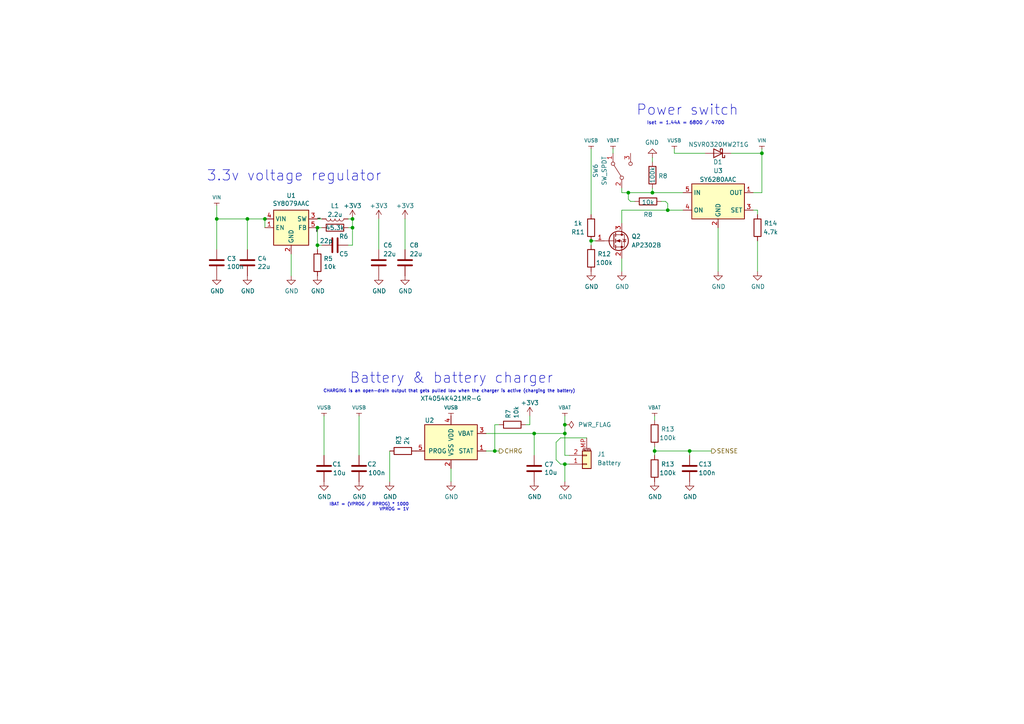
<source format=kicad_sch>
(kicad_sch (version 20230819) (generator eeschema)
  (paper "A4")
  (title_block (title "HackerHotel 2024 badge") (date "2023-08-30") (rev "1") (company "Nicolai Electronics") (comment 1 "License: CERN Open Hardware Licence Version 2 - Permissive"))
  (lib_symbols
    (symbol "Switch:SW_SPDT" (pin_names (offset 0) hide)
      (property "Reference" "SW" (at 0 4.318 0))
      (property "Value" "SW_SPDT" (at 0 -5.08 0))
      (symbol "SW_SPDT_0_0"
        (circle (center -2.032 0) (radius 0.508))
        (circle (center 2.032 -2.54) (radius 0.508))
      )
      (symbol "SW_SPDT_0_1"
        (polyline (pts (xy -1.524 0.254) (xy 1.651 2.286)))
        (circle (center 2.032 2.54) (radius 0.508))
      )
      (symbol "SW_SPDT_1_1"
        (pin passive line (at 5.08 2.54 180) (length 2.54) (name "A") (number "1"))
        (pin passive line (at -5.08 0 0) (length 2.54) (name "B") (number "2"))
        (pin passive line (at 5.08 -2.54 180) (length 2.54) (name "C") (number "3"))
      )
    )
    (symbol "symbols2:+3.3V" (power) (pin_names (offset 0))
      (property "Value" "+3.3V" (at 0 3.556 0))
      (symbol "+3.3V_0_1"
        (polyline (pts (xy -0.762 1.27) (xy 0 2.54)))
        (polyline (pts (xy 0 0) (xy 0 2.54)))
        (polyline (pts (xy 0 2.54) (xy 0.762 1.27)))
      )
      (symbol "+3.3V_1_1"
        (pin power_in line (at 0 0 90) (length 0) hide (name "+3.3V") (number "1"))
      )
    )
    (symbol "symbols2:GND" (power) (pin_names (offset 0))
      (property "Value" "GND" (at 0 -3.81 0))
      (symbol "GND_0_1"
        (polyline (pts (xy 0 0) (xy 0 -1.27) (xy 1.27 -1.27) (xy 0 -2.54) (xy -1.27 -1.27) (xy 0 -1.27)))
      )
      (symbol "GND_1_1"
        (pin power_in line (at 0 0 270) (length 0) hide (name "GND") (number "1"))
      )
    )
    (symbol "symbols2:PWR_FLAG" (power) (pin_numbers hide) (pin_names (offset 0) hide)
      (property "Value" "PWR_FLAG" (at 0 5.08 0))
      (symbol "PWR_FLAG_0_0"
        (pin power_out line (at 0 0 90) (length 0) (name "pwr") (number "1"))
      )
      (symbol "PWR_FLAG_0_1"
        (polyline (pts (xy 0 0) (xy 0 1.27) (xy -1.016 1.905) (xy 0 2.54) (xy 1.016 1.905) (xy 0 1.27)))
      )
    )
    (symbol "symbols2:VBAT-powersyms" (power) (pin_numbers hide) (pin_names (offset 0) hide)
      (property "Value" "VBAT-powersyms" (at 0 1.524 0))
      (symbol "VBAT-powersyms_0_1"
        (polyline (pts (xy -0.762 0.762) (xy 0.762 0.762)))
        (polyline (pts (xy 0 0) (xy 0 0.762)))
      )
      (symbol "VBAT-powersyms_1_1"
        (pin power_in line (at 0 0 90) (length 0) hide (name "VBAT") (number "1"))
      )
    )
    (symbol "symbols2:VIN-vin" (power) (pin_numbers hide) (pin_names (offset 0) hide)
      (property "Value" "VIN-vin" (at 0 1.524 0))
      (symbol "VIN-vin_0_1"
        (polyline (pts (xy -0.762 0.762) (xy 0.762 0.762)))
        (polyline (pts (xy 0 0) (xy 0 0.762)))
      )
      (symbol "VIN-vin_1_1"
        (pin power_in line (at 0 0 90) (length 0) hide (name "VIN") (number "1"))
      )
    )
    (symbol "symbols2:VUSB-vusb" (power) (pin_numbers hide) (pin_names (offset 0) hide)
      (property "Value" "VUSB-vusb" (at 0 1.524 0))
      (symbol "VUSB-vusb_0_1"
        (polyline (pts (xy -0.762 0.762) (xy 0.762 0.762)))
        (polyline (pts (xy 0 0) (xy 0 0.762)))
      )
      (symbol "VUSB-vusb_1_1"
        (pin power_in line (at 0 0 90) (length 0) hide (name "VUSB") (number "1"))
      )
    )
    (symbol "symbols:AAT4610BIGV-1-T1-Power_Management"
      (property "Reference" "U" (at -6.35 -6.35 0))
      (property "Value" "AAT4610BIGV-1-T1-Power_Management" (at 0 6.35 0))
      (symbol "AAT4610BIGV-1-T1-Power_Management_0_1"
        (rectangle (start -7.62 5.08) (end 7.62 -5.08) (stroke (width 0.254)) (fill (type background)))
      )
      (symbol "AAT4610BIGV-1-T1-Power_Management_1_1"
        (pin power_out line (at 10.16 2.54 180) (length 2.54) (name "OUT") (number "1"))
        (pin power_in line (at 0 -7.62 90) (length 2.54) (name "GND") (number "2"))
        (pin passive line (at 10.16 -2.54 180) (length 2.54) (name "SET") (number "3"))
        (pin input line (at -10.16 -2.54 0) (length 2.54) (name "ON") (number "4"))
        (pin power_in line (at -10.16 2.54 0) (length 2.54) (name "IN") (number "5"))
      )
    )
    (symbol "symbols:C" (pin_numbers hide) (pin_names (offset 0.254))
      (property "Reference" "C" (at 0.635 2.54 0))
      (property "Value" "C" (at 0.635 -2.54 0))
      (symbol "C_0_1"
        (polyline (pts (xy -2.032 -0.762) (xy 2.032 -0.762)) (stroke (width 0.508)))
        (polyline (pts (xy -2.032 0.762) (xy 2.032 0.762)) (stroke (width 0.508)))
      )
      (symbol "C_1_1"
        (pin passive line (at 0 3.81 270) (length 2.794) (name "~") (number "1"))
        (pin passive line (at 0 -3.81 90) (length 2.794) (name "~") (number "2"))
      )
    )
    (symbol "symbols:Conn_01x02_MountingPin" (pin_names (offset 1.016) hide)
      (property "Reference" "J" (at 0 2.54 0))
      (property "Value" "Conn_01x02_MountingPin" (at 1.27 -5.08 0))
      (symbol "Conn_01x02_MountingPin_1_1"
        (rectangle (start -1.27 -2.413) (end 0 -2.667) (stroke (width 0.1524)))
        (rectangle (start -1.27 0.127) (end 0 -0.127) (stroke (width 0.1524)))
        (rectangle (start -1.27 1.27) (end 1.27 -3.81) (stroke (width 0.254)) (fill (type background)))
        (polyline (pts (xy -1.016 -4.572) (xy 1.016 -4.572)) (stroke (width 0.1524)))
        (text "Mounting" (at 0 -4.191 0) (effects (font (size 0.381 0.381))))
        (pin passive line (at -5.08 0 0) (length 3.81) (name "Pin_1") (number "1"))
        (pin passive line (at -5.08 -2.54 0) (length 3.81) (name "Pin_2") (number "2"))
        (pin passive line (at 0 -7.62 90) (length 3.048) (name "MountPin") (number "MP"))
      )
    )
    (symbol "symbols:D_Schottky" (pin_numbers hide) (pin_names (offset 1.016) hide)
      (property "Reference" "D" (at 0 2.54 0))
      (property "Value" "D_Schottky" (at 0 -2.54 0))
      (symbol "D_Schottky_0_1"
        (polyline (pts (xy 1.27 0) (xy -1.27 0)))
        (polyline (pts (xy 1.27 1.27) (xy 1.27 -1.27) (xy -1.27 0) (xy 1.27 1.27)) (stroke (width 0.254)))
        (polyline (pts (xy -1.905 0.635) (xy -1.905 1.27) (xy -1.27 1.27) (xy -1.27 -1.27) (xy -0.635 -1.27) (xy -0.635 -0.635)) (stroke (width 0.254)))
      )
      (symbol "D_Schottky_1_1"
        (pin passive line (at -3.81 0 0) (length 2.54) (name "K") (number "1"))
        (pin passive line (at 3.81 0 180) (length 2.54) (name "A") (number "2"))
      )
    )
    (symbol "symbols:L" (pin_numbers hide) (pin_names (offset 1.016) hide)
      (property "Reference" "L" (at -1.27 0 90))
      (property "Value" "L" (at 1.905 0 90))
      (symbol "L_0_1"
        (arc (start 0 -2.54) (mid 0.6323 -1.905) (end 0 -1.27))
        (arc (start 0 -1.27) (mid 0.6323 -0.635) (end 0 0))
        (arc (start 0 0) (mid 0.6323 0.635) (end 0 1.27))
        (arc (start 0 1.27) (mid 0.6323 1.905) (end 0 2.54))
      )
      (symbol "L_1_1"
        (pin passive line (at 0 3.81 270) (length 1.27) (name "1") (number "1"))
        (pin passive line (at 0 -3.81 90) (length 1.27) (name "2") (number "2"))
      )
    )
    (symbol "symbols:MCP73831-2-OT-Battery_Management" (pin_names (offset 1.016))
      (property "Reference" "U" (at -7.62 6.35 0))
      (property "Value" "MCP73831-2-OT-Battery_Management" (at 1.27 6.35 0))
      (symbol "MCP73831-2-OT-Battery_Management_0_1"
        (rectangle (start -7.62 5.08) (end 7.62 -5.08) (stroke (width 0.254)) (fill (type background)))
      )
      (symbol "MCP73831-2-OT-Battery_Management_1_1"
        (pin output line (at 10.16 -2.54 180) (length 2.54) (name "STAT") (number "1"))
        (pin power_in line (at 0 -7.62 90) (length 2.54) (name "VSS") (number "2"))
        (pin power_out line (at 10.16 2.54 180) (length 2.54) (name "VBAT") (number "3"))
        (pin power_in line (at 0 7.62 270) (length 2.54) (name "VDD") (number "4"))
        (pin input line (at -10.16 -2.54 0) (length 2.54) (name "PROG") (number "5"))
      )
    )
    (symbol "symbols:Q_NMOS_GSD" (pin_names (offset 0) hide)
      (property "Reference" "Q" (at 5.08 1.27 0))
      (property "Value" "Q_NMOS_GSD" (at 5.08 -1.27 0))
      (symbol "Q_NMOS_GSD_0_1"
        (polyline (pts (xy 0.254 0) (xy -2.54 0)))
        (polyline (pts (xy 0.254 1.905) (xy 0.254 -1.905)) (stroke (width 0.254)))
        (polyline (pts (xy 0.762 -1.27) (xy 0.762 -2.286)) (stroke (width 0.254)))
        (polyline (pts (xy 0.762 0.508) (xy 0.762 -0.508)) (stroke (width 0.254)))
        (polyline (pts (xy 0.762 2.286) (xy 0.762 1.27)) (stroke (width 0.254)))
        (polyline (pts (xy 2.54 2.54) (xy 2.54 1.778)))
        (polyline (pts (xy 2.54 -2.54) (xy 2.54 0) (xy 0.762 0)))
        (polyline (pts (xy 0.762 -1.778) (xy 3.302 -1.778) (xy 3.302 1.778) (xy 0.762 1.778)))
        (polyline (pts (xy 1.016 0) (xy 2.032 0.381) (xy 2.032 -0.381) (xy 1.016 0)) (fill (type outline)))
        (polyline (pts (xy 2.794 0.508) (xy 2.921 0.381) (xy 3.683 0.381) (xy 3.81 0.254)))
        (polyline (pts (xy 3.302 0.381) (xy 2.921 -0.254) (xy 3.683 -0.254) (xy 3.302 0.381)))
        (circle (center 1.651 0) (radius 2.794) (stroke (width 0.254)))
        (circle (center 2.54 -1.778) (radius 0.254) (fill (type outline)))
        (circle (center 2.54 1.778) (radius 0.254) (fill (type outline)))
      )
      (symbol "Q_NMOS_GSD_1_1"
        (pin input line (at -5.08 0 0) (length 2.54) (name "G") (number "1"))
        (pin passive line (at 2.54 -5.08 90) (length 2.54) (name "S") (number "2"))
        (pin passive line (at 2.54 5.08 270) (length 2.54) (name "D") (number "3"))
      )
    )
    (symbol "symbols:R" (pin_numbers hide) (pin_names (offset 0))
      (property "Reference" "R" (at 2.032 0 90))
      (property "Value" "R" (at 0 0 90))
      (symbol "R_0_1"
        (rectangle (start -1.016 -2.54) (end 1.016 2.54) (stroke (width 0.254)))
      )
      (symbol "R_1_1"
        (pin passive line (at 0 3.81 270) (length 1.27) (name "~") (number "1"))
        (pin passive line (at 0 -3.81 90) (length 1.27) (name "~") (number "2"))
      )
    )
    (symbol "symbols:TLV62568DBV-Regulator_Switching"
      (property "Reference" "U" (at -5.08 6.35 0))
      (property "Value" "TLV62568DBV-Regulator_Switching" (at 0 6.35 0))
      (symbol "TLV62568DBV-Regulator_Switching_0_1"
        (rectangle (start -5.08 5.08) (end 5.08 -5.08) (stroke (width 0.254)) (fill (type background)))
      )
      (symbol "TLV62568DBV-Regulator_Switching_1_1"
        (pin input line (at -7.62 0 0) (length 2.54) (name "EN") (number "1"))
        (pin power_in line (at 0 -7.62 90) (length 2.54) (name "GND") (number "2"))
        (pin power_out line (at 7.62 2.54 180) (length 2.54) (name "SW") (number "3"))
        (pin power_in line (at -7.62 2.54 0) (length 2.54) (name "VIN") (number "4"))
        (pin input line (at 7.62 0 180) (length 2.54) (name "FB") (number "5"))
      )
    )
  )
  (junction (at 163.83 125.73))
  (junction (at 163.83 134.62))
  (junction (at 62.865 63.5))
  (junction (at 189.865 130.81))
  (junction (at 71.755 63.5))
  (junction (at 92.075 71.12))
  (junction (at 76.835 63.5))
  (junction (at 171.45 69.85))
  (junction (at 92.075 66.04))
  (junction (at 102.235 63.5))
  (junction (at 200.025 130.81))
  (junction (at 154.94 125.73))
  (junction (at 102.235 66.04))
  (junction (at 143.51 130.81))
  (junction (at 189.23 55.88))
  (junction (at 193.675 60.96))
  (junction (at 220.98 44.45))
  (junction (at 182.245 55.88))
  (junction (at 163.83 123.19))
  (wire (pts (xy 100.965 71.12) (xy 102.235 71.12)))
  (wire (pts (xy 208.28 66.04) (xy 208.28 78.74)))
  (wire (pts (xy 102.235 63.5) (xy 100.965 63.5)))
  (wire (pts (xy 154.94 125.73) (xy 163.83 125.73)))
  (wire (pts (xy 182.88 58.42) (xy 182.245 57.785)))
  (wire (pts (xy 195.58 43.18) (xy 195.58 44.45)))
  (wire (pts (xy 195.58 44.45) (xy 204.47 44.45)))
  (wire (pts (xy 92.075 72.39) (xy 92.075 71.12)))
  (wire (pts (xy 163.83 120.65) (xy 163.83 123.19)))
  (wire (pts (xy 161.29 133.35) (xy 162.56 134.62)))
  (wire (pts (xy 189.865 130.81) (xy 200.025 130.81)))
  (wire (pts (xy 113.03 130.81) (xy 113.03 139.7)))
  (wire (pts (xy 109.855 63.5) (xy 109.855 72.39)))
  (wire (pts (xy 143.51 130.81) (xy 144.78 130.81)))
  (wire (pts (xy 200.025 130.81) (xy 200.025 132.08)))
  (wire (pts (xy 193.675 59.055) (xy 193.675 60.96)))
  (wire (pts (xy 71.755 63.5) (xy 76.835 63.5)))
  (wire (pts (xy 92.075 71.12) (xy 92.075 66.04)))
  (wire (pts (xy 180.34 55.88) (xy 182.245 55.88)))
  (wire (pts (xy 220.98 44.45) (xy 220.98 55.88)))
  (wire (pts (xy 153.67 120.65) (xy 153.67 123.19)))
  (wire (pts (xy 165.1 134.62) (xy 163.83 134.62)))
  (wire (pts (xy 182.88 58.42) (xy 184.15 58.42)))
  (wire (pts (xy 172.72 69.85) (xy 171.45 69.85)))
  (wire (pts (xy 189.23 55.88) (xy 198.12 55.88)))
  (wire (pts (xy 130.81 135.89) (xy 130.81 139.7)))
  (wire (pts (xy 62.865 63.5) (xy 71.755 63.5)))
  (wire (pts (xy 102.235 66.04) (xy 100.965 66.04)))
  (wire (pts (xy 154.94 132.08) (xy 154.94 125.73)))
  (wire (pts (xy 212.09 44.45) (xy 220.98 44.45)))
  (wire (pts (xy 163.83 123.19) (xy 163.83 125.73)))
  (wire (pts (xy 93.98 132.08) (xy 93.98 120.65)))
  (wire (pts (xy 189.865 129.54) (xy 189.865 130.81)))
  (wire (pts (xy 171.45 43.18) (xy 171.45 62.23)))
  (wire (pts (xy 219.71 69.85) (xy 219.71 78.74)))
  (wire (pts (xy 193.04 58.42) (xy 193.675 59.055)))
  (wire (pts (xy 180.34 54.61) (xy 180.34 55.88)))
  (wire (pts (xy 189.865 130.81) (xy 189.865 132.08)))
  (wire (pts (xy 163.83 125.73) (xy 163.83 132.08)))
  (wire (pts (xy 189.865 120.65) (xy 189.865 121.92)))
  (wire (pts (xy 220.98 44.45) (xy 220.98 43.18)))
  (wire (pts (xy 191.77 58.42) (xy 193.04 58.42)))
  (wire (pts (xy 102.235 71.12) (xy 102.235 66.04)))
  (wire (pts (xy 161.29 128.27) (xy 161.29 133.35)))
  (wire (pts (xy 143.51 130.81) (xy 140.97 130.81)))
  (wire (pts (xy 71.755 72.39) (xy 71.755 63.5)))
  (wire (pts (xy 92.075 66.04) (xy 93.345 66.04)))
  (wire (pts (xy 219.71 60.96) (xy 218.44 60.96)))
  (wire (pts (xy 171.45 69.85) (xy 171.45 71.12)))
  (wire (pts (xy 189.23 45.72) (xy 189.23 46.99)))
  (wire (pts (xy 62.865 63.5) (xy 62.865 72.39)))
  (wire (pts (xy 162.56 127) (xy 161.29 128.27)))
  (wire (pts (xy 93.345 71.12) (xy 92.075 71.12)))
  (wire (pts (xy 193.675 60.96) (xy 198.12 60.96)))
  (wire (pts (xy 104.14 132.08) (xy 104.14 120.65)))
  (wire (pts (xy 162.56 134.62) (xy 163.83 134.62)))
  (wire (pts (xy 177.8 43.18) (xy 177.8 44.45)))
  (wire (pts (xy 102.235 66.04) (xy 102.235 63.5)))
  (wire (pts (xy 144.78 123.19) (xy 143.51 123.19)))
  (wire (pts (xy 180.34 60.96) (xy 180.34 64.77)))
  (wire (pts (xy 218.44 55.88) (xy 220.98 55.88)))
  (wire (pts (xy 76.835 66.04) (xy 76.835 63.5)))
  (wire (pts (xy 182.245 55.88) (xy 189.23 55.88)))
  (wire (pts (xy 153.67 123.19) (xy 152.4 123.19)))
  (wire (pts (xy 182.245 55.88) (xy 182.245 57.785)))
  (wire (pts (xy 219.71 62.23) (xy 219.71 60.96)))
  (wire (pts (xy 84.455 73.66) (xy 84.455 80.01)))
  (wire (pts (xy 143.51 123.19) (xy 143.51 130.81)))
  (wire (pts (xy 92.075 63.5) (xy 93.345 63.5)))
  (wire (pts (xy 170.18 127) (xy 162.56 127)))
  (wire (pts (xy 180.34 60.96) (xy 193.675 60.96)))
  (wire (pts (xy 189.23 55.88) (xy 189.23 54.61)))
  (wire (pts (xy 163.83 132.08) (xy 165.1 132.08)))
  (wire (pts (xy 140.97 125.73) (xy 154.94 125.73)))
  (wire (pts (xy 163.83 134.62) (xy 163.83 139.7)))
  (wire (pts (xy 200.025 130.81) (xy 206.375 130.81)))
  (wire (pts (xy 180.34 74.93) (xy 180.34 78.74)))
  (wire (pts (xy 117.475 72.39) (xy 117.475 63.5)))
  (wire (pts (xy 62.865 59.69) (xy 62.865 63.5)))
  (text "CHARGING is an open-drain output that gets pulled low when the charger is active (charging the battery)" (at 166.878 114.046 0) (effects (font (size 0.889 0.889)) (justify right bottom)))
  (text "Power switch" (at 214.249 33.782 0) (effects (font (size 2.9972 2.9972)) (justify right bottom)))
  (text "Battery & battery charger" (at 160.528 111.506 0) (effects (font (size 2.9972 2.9972)) (justify right bottom)))
  (text "3.3v voltage regulator" (at 110.744 52.832 0) (effects (font (size 2.9972 2.9972)) (justify right bottom)))
  (text "IBAT = (VPROG / RPROG) * 1000\nVPROG = 1V\n" (at 118.618 148.336 0) (effects (font (size 0.889 0.889)) (justify right bottom)))
  (text "Iset = 1.44A = 6800 / 4700" (at 187.579 36.322 0) (effects (font (size 0.9906 0.9906)) (justify left bottom)))
  (label "SW33" (at 92.075 63.5 0) (effects (font (size 0.2032 0.2032))))
  (label "FB33" (at 92.075 67.31 90) (effects (font (size 0.2032 0.2032))))
  (hierarchical_label "SENSE" (shape output) (at 206.375 130.81 0))
  (hierarchical_label "CHRG" (shape output) (at 144.78 130.81 0))
  (symbol (lib_id "symbols2:VIN-vin") (at 62.865 59.69 0) (unit 1)
    (property "Reference" "#PWR0115" (effects hide))
    (property "Value" "VIN" (at 62.865 57.2516 0) (effects (font (size 1.016 1.016))))
    (instances (project "hh2024" (path "" (reference "#PWR0115") (unit 1)) (path "" (reference "#PWR030") (unit 1))))
  )
  (symbol (lib_id "symbols:C") (at 200.025 135.89 0) (unit 1)
    (property "Reference" "C13" (at 202.565 134.62 0) (effects (justify left)))
    (property "Value" "100n" (at 202.565 137.16 0) (effects (justify left)))
    (property "Footprint" "Capacitor_SMD:C_0805_2012Metric" (effects hide))
    (property "Datasheet" "https://datasheet.lcsc.com/lcsc/2304140030_Samsung-Electro-Mechanics-CL05B104KB54PNC_C307331.pdf" (effects hide))
    (property "LCSC" "C307331" (effects hide))
  )
  (symbol (lib_id "symbols:C") (at 104.14 135.89 180) (unit 1)
    (property "Reference" "C2" (at 109.22 134.62 0) (effects (justify left)))
    (property "Value" "100n" (at 111.76 137.16 0) (effects (justify left)))
    (property "Footprint" "Capacitor_SMD:C_0805_2012Metric" (effects hide))
    (property "Datasheet" "https://datasheet.lcsc.com/lcsc/2304140030_Samsung-Electro-Mechanics-CL05B104KB54PNC_C307331.pdf" (effects hide))
    (property "LCSC" "C307331" (effects hide))
    (instances (project "hh2024" (path "" (reference "C2") (unit 1)) (path "" (reference "C9") (unit 1))))
  )
  (symbol (lib_id "symbols2:GND") (at 84.455 80.01 0) (unit 1)
    (property "Reference" "#PWR0106" (effects hide))
    (property "Value" "GND" (at 84.582 84.4042 0))
    (property "Description" "Power symbol creates a global label with name \"GND\" , ground" (effects hide))
    (instances (project "hh2024" (path "" (reference "#PWR0106") (unit 1)) (path "" (reference "#PWR033") (unit 1))))
  )
  (symbol (lib_id "symbols2:+3.3V") (at 153.67 120.65 0) (unit 1)
    (property "Reference" "#PWR0132" (effects hide))
    (property "Value" "+3V3" (at 153.67 116.84 0))
    (property "Description" "Power symbol creates a global label with name \"+3.3V\"" (effects hide))
    (instances (project "hh2024" (path "" (reference "#PWR0132") (unit 1)) (path "" (reference "#PWR047") (unit 1))))
  )
  (symbol (lib_id "symbols2:VIN-vin") (at 220.98 43.18 0) (unit 1)
    (property "Reference" "#PWR0141" (effects hide))
    (property "Value" "VIN" (at 220.98 40.7416 0) (effects (font (size 1.016 1.016))))
    (instances (project "hh2024" (path "" (reference "#PWR0141") (unit 1)) (path "" (reference "#PWR061") (unit 1))))
  )
  (symbol (lib_id "symbols2:VBAT-powersyms") (at 177.8 43.18 0) (unit 1)
    (property "Reference" "#PWR0139" (effects hide))
    (property "Value" "VBAT" (at 177.8 40.7416 0) (effects (font (size 1.016 1.016))))
    (instances (project "hh2024" (path "" (reference "#PWR0139") (unit 1)) (path "" (reference "#PWR053") (unit 1))))
  )
  (symbol (lib_id "symbols:Q_NMOS_GSD") (at 177.8 69.85 0) (unit 1)
    (property "Reference" "Q2" (at 183.134 68.5799 0) (effects (justify left)))
    (property "Value" "AP2302B" (at 183.134 71.1199 0) (effects (justify left)))
    (property "Footprint" "tanoshii:SOT-23" (effects hide))
    (property "Datasheet" "https://datasheet.lcsc.com/lcsc/1912111437_ALLPOWER-ShenZhen-Quan-Li-Semiconductor-AP2302B_C406812.pdf" (effects hide))
    (property "LCSC" "C406812" (effects hide))
    (instances (project "hh2024" (path "" (reference "Q2") (unit 1)) (path "" (reference "Q1") (unit 1))))
  )
  (symbol (lib_id "symbols2:GND") (at 71.755 80.01 0) (unit 1)
    (property "Reference" "#PWR0109" (effects hide))
    (property "Value" "GND" (at 71.882 84.4042 0))
    (property "Description" "Power symbol creates a global label with name \"GND\" , ground" (effects hide))
    (instances (project "hh2024" (path "" (reference "#PWR0109") (unit 1)) (path "" (reference "#PWR032") (unit 1))))
  )
  (symbol (lib_id "symbols2:GND") (at 109.855 80.01 0) (unit 1)
    (property "Reference" "#PWR0127" (effects hide))
    (property "Value" "GND" (at 109.982 84.4042 0))
    (property "Description" "Power symbol creates a global label with name \"GND\" , ground" (effects hide))
    (instances (project "hh2024" (path "" (reference "#PWR0127") (unit 1)) (path "" (reference "#PWR041") (unit 1))))
  )
  (symbol (lib_id "symbols:C") (at 109.855 76.2 0) (unit 1)
    (property "Reference" "C6" (at 111.125 71.12 0) (effects (justify left)))
    (property "Value" "22u" (at 111.125 73.66 0) (effects (justify left)))
    (property "Footprint" "Capacitor_SMD:C_0805_2012Metric" (effects hide))
    (property "Datasheet" "https://datasheet.lcsc.com/lcsc/2006102223_Samsung-Electro-Mechanics-CL21A226MAYNNNE_C602037.pdf" (effects hide))
    (property "LCSC" "C602037" (effects hide))
    (instances (project "hh2024" (path "" (reference "C6") (unit 1)) (path "" (reference "C10") (unit 1))))
  )
  (symbol (lib_id "symbols:AAT4610BIGV-1-T1-Power_Management") (at 208.28 58.42 0) (unit 1)
    (property "Reference" "U3" (at 208.28 49.53 0))
    (property "Value" "SY6280AAC" (at 208.28 52.07 0))
    (property "Footprint" "tanoshii:SOT-23-5" (effects hide))
    (property "Datasheet" "https://datasheet.lcsc.com/lcsc/1810121532_Silergy-Corp-SY6280AAC_C55136.pdf" (effects hide))
    (property "LCSC" "C55136" (effects hide))
    (instances (project "hh2024" (path "" (reference "U3") (unit 1)) (path "" (reference "U4") (unit 1))))
  )
  (symbol (lib_id "symbols2:+3.3V") (at 109.855 63.5 0) (unit 1)
    (property "Reference" "#PWR0128" (effects hide))
    (property "Value" "+3V3" (at 109.855 59.69 0))
    (property "Description" "Power symbol creates a global label with name \"+3.3V\"" (effects hide))
    (instances (project "hh2024" (path "" (reference "#PWR0128") (unit 1)) (path "" (reference "#PWR040") (unit 1))))
  )
  (symbol (lib_id "symbols2:GND") (at 189.23 45.72 180) (unit 1)
    (property "Reference" "#PWR0138" (effects hide))
    (property "Value" "GND" (at 189.103 41.3258 0))
    (property "Description" "Power symbol creates a global label with name \"GND\" , ground" (effects hide))
    (instances (project "hh2024" (path "" (reference "#PWR0138") (unit 1)) (path "" (reference "#PWR04") (unit 1))))
  )
  (symbol (lib_id "symbols2:VBAT-powersyms") (at 189.865 120.65 0) (unit 1)
    (property "Reference" "#PWR055" (effects hide))
    (property "Value" "VBAT" (at 189.865 118.2116 0) (effects (font (size 1.016 1.016))))
  )
  (symbol (lib_id "symbols2:PWR_FLAG") (at 163.83 123.19 270) (unit 1)
    (property "Reference" "#FLG02" (effects hide))
    (property "Value" "PWR_FLAG" (at 167.64 123.19 90) (effects (justify left)))
  )
  (symbol (lib_id "symbols:C") (at 97.155 71.12 270) (unit 1)
    (property "Reference" "C5" (at 99.695 73.66 90))
    (property "Value" "22p" (at 94.615 69.85 90))
    (property "Footprint" "Capacitor_SMD:C_0805_2012Metric" (effects hide))
    (property "Datasheet" "https://datasheet.lcsc.com/lcsc/1912111437_CCTC-TCC0402C0G220J500AT_C466226.pdf" (effects hide))
    (property "LCSC" "C466226" (effects hide))
    (instances (project "hh2024" (path "" (reference "C5") (unit 1)) (path "" (reference "C8") (unit 1))))
  )
  (symbol (lib_id "symbols2:GND") (at 117.475 80.01 0) (unit 1)
    (property "Reference" "#PWR0126" (effects hide))
    (property "Value" "GND" (at 117.602 84.4042 0))
    (property "Description" "Power symbol creates a global label with name \"GND\" , ground" (effects hide))
    (instances (project "hh2024" (path "" (reference "#PWR0126") (unit 1)) (path "" (reference "#PWR044") (unit 1))))
  )
  (symbol (lib_id "symbols2:+3.3V") (at 117.475 63.5 0) (unit 1)
    (property "Reference" "#PWR0129" (effects hide))
    (property "Value" "+3V3" (at 117.475 59.69 0))
    (property "Description" "Power symbol creates a global label with name \"+3.3V\"" (effects hide))
    (instances (project "hh2024" (path "" (reference "#PWR0129") (unit 1)) (path "" (reference "#PWR043") (unit 1))))
  )
  (symbol (lib_id "Switch:SW_SPDT") (at 180.34 49.53 90) (unit 1)
    (property "Reference" "SW6" (at 172.72 49.53 0))
    (property "Value" "SW_SPDT" (at 175.26 49.53 0))
    (property "Footprint" "Button_Switch_SMD:SW_SPDT_PCM12" (effects hide))
    (property "Description" "Switch, single pole double throw" (effects hide))
  )
  (symbol (lib_id "symbols2:GND") (at 163.83 139.7 0) (unit 1)
    (property "Reference" "#PWR0130" (effects hide))
    (property "Value" "GND" (at 163.957 144.0942 0))
    (property "Description" "Power symbol creates a global label with name \"GND\" , ground" (effects hide))
    (instances (project "hh2024" (path "" (reference "#PWR0130") (unit 1)) (path "" (reference "#PWR050") (unit 1))))
  )
  (symbol (lib_id "symbols:R") (at 171.45 66.04 0) (unit 1)
    (property "Reference" "R11" (at 167.64 67.31 0))
    (property "Value" "1k" (at 167.64 64.77 0))
    (property "Footprint" "Resistor_SMD:R_0805_2012Metric" (effects hide))
    (property "Datasheet" "https://datasheet.lcsc.com/lcsc/2205131800_VO-SCR0402J1K_C3017479.pdf" (effects hide))
    (property "LCSC" "C3017479" (effects hide))
    (instances (project "hh2024" (path "" (reference "R11") (unit 1)) (path "" (reference "R15") (unit 1))))
  )
  (symbol (lib_id "symbols2:GND") (at 208.28 78.74 0) (unit 1)
    (property "Reference" "#PWR0143" (effects hide))
    (property "Value" "GND" (at 208.407 83.1342 0))
    (property "Description" "Power symbol creates a global label with name \"GND\" , ground" (effects hide))
    (instances (project "hh2024" (path "" (reference "#PWR0143") (unit 1)) (path "" (reference "#PWR059") (unit 1))))
  )
  (symbol (lib_id "symbols2:GND") (at 130.81 139.7 0) (unit 1)
    (property "Reference" "#PWR0111" (effects hide))
    (property "Value" "GND" (at 130.937 144.0942 0))
    (property "Description" "Power symbol creates a global label with name \"GND\" , ground" (effects hide))
    (instances (project "hh2024" (path "" (reference "#PWR0111") (unit 1)) (path "" (reference "#PWR046") (unit 1))))
  )
  (symbol (lib_id "symbols2:GND") (at 200.025 139.7 0) (unit 1)
    (property "Reference" "#PWR058" (effects hide))
    (property "Value" "GND" (at 200.152 144.0942 0))
    (property "Description" "Power symbol creates a global label with name \"GND\" , ground" (effects hide))
  )
  (symbol (lib_id "symbols:R") (at 219.71 66.04 180) (unit 1)
    (property "Reference" "R14" (at 223.52 64.77 0))
    (property "Value" "4.7k" (at 223.52 67.31 0))
    (property "Footprint" "Resistor_SMD:R_0805_2012Metric" (effects hide))
    (property "Datasheet" "https://datasheet.lcsc.com/lcsc/2110260030_UNI-ROYAL-Uniroyal-Elec-0402WGF4701TCE_C25900.pdf" (effects hide))
    (property "LCSC" "C25900" (effects hide))
    (instances (project "hh2024" (path "" (reference "R14") (unit 1)) (path "" (reference "R20") (unit 1))))
  )
  (symbol (lib_id "symbols:R") (at 189.865 125.73 180) (unit 1)
    (property "Reference" "R13" (at 193.675 124.46 0))
    (property "Value" "100k" (at 193.675 127 0))
    (property "Footprint" "Resistor_SMD:R_0805_2012Metric" (effects hide))
    (property "Datasheet" "https://datasheet.lcsc.com/lcsc/2110260030_UNI-ROYAL-Uniroyal-Elec-0402WGF1003TCE_C25741.pdf" (effects hide))
    (property "LCSC" "C25741" (effects hide))
    (instances (project "hh2024" (path "" (reference "R13") (unit 1)) (path "" (reference "R18") (unit 1))))
  )
  (symbol (lib_id "symbols:TLV62568DBV-Regulator_Switching") (at 84.455 66.04 0) (unit 1)
    (property "Reference" "U1" (at 84.455 56.7182 0))
    (property "Value" "SY8079AAC" (at 84.455 59.0296 0))
    (property "Footprint" "tanoshii:SOT-23-5" (effects hide))
    (property "Datasheet" "https://datasheet.lcsc.com/lcsc/1809050356_Silergy-Corp-SY8079AAC_C133751.pdf" (effects hide))
    (property "LCSC" "C133751" (effects hide))
    (instances (project "hh2024" (path "" (reference "U1") (unit 1)) (path "" (reference "U2") (unit 1))))
  )
  (symbol (lib_id "symbols:R") (at 187.96 58.42 90) (unit 1)
    (property "Reference" "R8" (at 187.96 62.23 90))
    (property "Value" "10k" (at 187.96 58.674 90))
    (property "Footprint" "Resistor_SMD:R_0805_2012Metric" (effects hide))
    (property "Datasheet" "https://datasheet.lcsc.com/lcsc/2110260030_UNI-ROYAL-Uniroyal-Elec-0402WGF1002TCE_C25744.pdf" (effects hide))
    (property "LCSC" "C25744" (effects hide))
    (instances (project "hh2024" (path "" (reference "R8") (unit 1)) (path "" (reference "R17") (unit 1))))
  )
  (symbol (lib_id "symbols2:GND") (at 180.34 78.74 0) (unit 1)
    (property "Reference" "#PWR0138" (effects hide))
    (property "Value" "GND" (at 180.467 83.1342 0))
    (property "Description" "Power symbol creates a global label with name \"GND\" , ground" (effects hide))
    (instances (project "hh2024" (path "" (reference "#PWR0138") (unit 1)) (path "" (reference "#PWR054") (unit 1))))
  )
  (symbol (lib_id "symbols:C") (at 62.865 76.2 0) (unit 1)
    (property "Reference" "C3" (at 65.786 75.0316 0) (effects (justify left)))
    (property "Value" "100n" (at 65.786 77.343 0) (effects (justify left)))
    (property "Footprint" "Capacitor_SMD:C_0805_2012Metric" (effects hide))
    (property "Datasheet" "https://datasheet.lcsc.com/lcsc/2304140030_Samsung-Electro-Mechanics-CL05B104KB54PNC_C307331.pdf" (effects hide))
    (property "LCSC" "C307331" (effects hide))
    (instances (project "hh2024" (path "" (reference "C3") (unit 1)) (path "" (reference "C5") (unit 1))))
  )
  (symbol (lib_id "symbols:R") (at 189.23 50.8 0) (unit 1)
    (property "Reference" "R8" (at 192.278 51.054 0))
    (property "Value" "100k" (at 189.23 50.8 90))
    (property "Footprint" "Resistor_SMD:R_0805_2012Metric" (effects hide))
    (property "Datasheet" "https://datasheet.lcsc.com/lcsc/2110260030_UNI-ROYAL-Uniroyal-Elec-0402WGF1002TCE_C25744.pdf" (effects hide))
    (property "LCSC" "C25744" (effects hide))
    (instances (project "hh2024" (path "" (reference "R8") (unit 1)) (path "" (reference "R31") (unit 1))))
  )
  (symbol (lib_id "symbols:Conn_01x02_MountingPin") (at 170.18 134.62 0) (mirror x) (unit 1)
    (property "Reference" "J1" (at 173.228 131.7243 0) (effects (justify left)))
    (property "Value" "Battery" (at 173.228 134.2643 0) (effects (justify left)))
    (property "Footprint" "tanoshii:JST_S2B-ZR-SM4A-TF(LF)(SN)" (effects hide))
    (property "Datasheet" "https://datasheet.lcsc.com/lcsc/1912111437_JST-Sales-America-S2B-ZR-SM4A-TF-LF-SN_C265329.pdf" (effects hide))
    (property "LCSC" "C265329" (effects hide))
    (instances (project "hh2024" (path "" (reference "J1") (unit 1)) (path "" (reference "J5") (unit 1))))
  )
  (symbol (lib_id "symbols2:+3.3V") (at 102.235 63.5 0) (unit 1)
    (property "Reference" "#PWR0110" (effects hide))
    (property "Value" "+3V3" (at 102.235 59.69 0))
    (property "Description" "Power symbol creates a global label with name \"+3.3V\"" (effects hide))
    (instances (project "hh2024" (path "" (reference "#PWR0110") (unit 1)) (path "" (reference "#PWR037") (unit 1))))
  )
  (symbol (lib_id "symbols2:VUSB-vusb") (at 195.58 43.18 0) (unit 1)
    (property "Reference" "#PWR0140" (effects hide))
    (property "Value" "VUSB" (at 195.58 40.7416 0) (effects (font (size 1.016 1.016))))
    (instances (project "hh2024" (path "" (reference "#PWR0140") (unit 1)) (path "" (reference "#PWR057") (unit 1))))
  )
  (symbol (lib_id "symbols:R") (at 116.84 130.81 90) (unit 1)
    (property "Reference" "R3" (at 115.6716 129.032 0) (effects (justify left)))
    (property "Value" "2k" (at 117.983 129.032 0) (effects (justify left)))
    (property "Footprint" "Resistor_SMD:R_0805_2012Metric" (effects hide))
    (property "Datasheet" "https://datasheet.lcsc.com/lcsc/2205311845_UNI-ROYAL-Uniroyal-Elec-0402WGJ0202TCE_C25552.pdf" (effects hide))
    (property "LCSC" "C25552" (effects hide))
    (instances (project "hh2024" (path "" (reference "R3") (unit 1)) (path "" (reference "R13") (unit 1))))
  )
  (symbol (lib_id "symbols:C") (at 71.755 76.2 0) (unit 1)
    (property "Reference" "C4" (at 74.676 75.0316 0) (effects (justify left)))
    (property "Value" "22u" (at 74.676 77.343 0) (effects (justify left)))
    (property "Footprint" "Capacitor_SMD:C_0805_2012Metric" (effects hide))
    (property "Datasheet" "https://datasheet.lcsc.com/lcsc/2006102223_Samsung-Electro-Mechanics-CL21A226MAYNNNE_C602037.pdf" (effects hide))
    (property "LCSC" "C602037" (effects hide))
    (instances (project "hh2024" (path "" (reference "C4") (unit 1)) (path "" (reference "C6") (unit 1))))
  )
  (symbol (lib_id "symbols2:GND") (at 113.03 139.7 0) (unit 1)
    (property "Reference" "#PWR0112" (effects hide))
    (property "Value" "GND" (at 113.157 144.0942 0))
    (property "Description" "Power symbol creates a global label with name \"GND\" , ground" (effects hide))
    (instances (project "hh2024" (path "" (reference "#PWR0112") (unit 1)) (path "" (reference "#PWR042") (unit 1))))
  )
  (symbol (lib_id "symbols2:VUSB-vusb") (at 171.45 43.18 0) (unit 1)
    (property "Reference" "#PWR021" (effects hide))
    (property "Value" "VUSB" (at 171.45 40.7416 0) (effects (font (size 1.016 1.016))))
    (instances (project "hh2024" (path "" (reference "#PWR021") (unit 1)) (path "" (reference "#PWR051") (unit 1))))
  )
  (symbol (lib_id "symbols2:GND") (at 93.98 139.7 0) (unit 1)
    (property "Reference" "#PWR0113" (effects hide))
    (property "Value" "GND" (at 94.107 144.0942 0))
    (property "Description" "Power symbol creates a global label with name \"GND\" , ground" (effects hide))
    (instances (project "hh2024" (path "" (reference "#PWR0113") (unit 1)) (path "" (reference "#PWR036") (unit 1))))
  )
  (symbol (lib_id "symbols2:GND") (at 219.71 78.74 0) (unit 1)
    (property "Reference" "#PWR0142" (effects hide))
    (property "Value" "GND" (at 219.837 83.1342 0))
    (property "Description" "Power symbol creates a global label with name \"GND\" , ground" (effects hide))
    (instances (project "hh2024" (path "" (reference "#PWR0142") (unit 1)) (path "" (reference "#PWR060") (unit 1))))
  )
  (symbol (lib_id "symbols2:VUSB-vusb") (at 93.98 120.65 0) (unit 1)
    (property "Reference" "#PWR0135" (effects hide))
    (property "Value" "VUSB" (at 93.98 118.2116 0) (effects (font (size 1.016 1.016))))
    (instances (project "hh2024" (path "" (reference "#PWR0135") (unit 1)) (path "" (reference "#PWR035") (unit 1))))
  )
  (symbol (lib_id "symbols2:VUSB-vusb") (at 104.14 120.65 0) (unit 1)
    (property "Reference" "#PWR0134" (effects hide))
    (property "Value" "VUSB" (at 104.14 118.2116 0) (effects (font (size 1.016 1.016))))
    (instances (project "hh2024" (path "" (reference "#PWR0134") (unit 1)) (path "" (reference "#PWR038") (unit 1))))
  )
  (symbol (lib_id "symbols:R") (at 97.155 66.04 270) (unit 1)
    (property "Reference" "R6" (at 99.695 68.58 90))
    (property "Value" "45.3k" (at 97.155 66.04 90))
    (property "Footprint" "Resistor_SMD:R_0805_2012Metric" (effects hide))
    (property "Datasheet" "https://datasheet.lcsc.com/lcsc/2110260130_UNI-ROYAL-Uniroyal-Elec-0402WGF4532TCE_C26980.pdf" (effects hide))
    (property "LCSC" "C26980" (effects hide))
    (instances (project "hh2024" (path "" (reference "R6") (unit 1)) (path "" (reference "R12") (unit 1))))
  )
  (symbol (lib_id "symbols2:VBAT-powersyms") (at 163.83 120.65 0) (unit 1)
    (property "Reference" "#PWR0133" (effects hide))
    (property "Value" "VBAT" (at 163.83 118.2116 0) (effects (font (size 1.016 1.016))))
    (instances (project "hh2024" (path "" (reference "#PWR0133") (unit 1)) (path "" (reference "#PWR049") (unit 1))))
  )
  (symbol (lib_id "symbols:C") (at 154.94 135.89 0) (unit 1)
    (property "Reference" "C7" (at 157.861 134.7216 0) (effects (justify left)))
    (property "Value" "10u" (at 157.861 137.033 0) (effects (justify left)))
    (property "Footprint" "Capacitor_SMD:C_0805_2012Metric" (effects hide))
    (property "Datasheet" "https://datasheet.lcsc.com/lcsc/2208231630_Samsung-Electro-Mechanics-CL05A106MQ5NUNC_C15525.pdf" (effects hide))
    (property "LCSC" "C15525" (effects hide))
    (instances (project "hh2024" (path "" (reference "C7") (unit 1)) (path "" (reference "C12") (unit 1))))
  )
  (symbol (lib_id "symbols2:VUSB-vusb") (at 130.81 120.65 0) (unit 1)
    (property "Reference" "#PWR0136" (effects hide))
    (property "Value" "VUSB" (at 130.81 118.2116 0) (effects (font (size 1.016 1.016))))
    (instances (project "hh2024" (path "" (reference "#PWR0136") (unit 1)) (path "" (reference "#PWR045") (unit 1))))
  )
  (symbol (lib_id "symbols:L") (at 97.155 63.5 270) (unit 1)
    (property "Reference" "L1" (at 97.155 59.69 90))
    (property "Value" "2.2u" (at 97.155 62.23 90))
    (property "Footprint" "tanoshii:Inductor_MSC20FC" (effects hide))
    (property "Datasheet" "https://datasheet.lcsc.com/lcsc/1912111437_PSA-Prosperity-Dielectrics-MCS20FC-2R2MHC_C375944.pdf" (effects hide))
    (property "LCSC" "C375944" (effects hide))
  )
  (symbol (lib_id "symbols2:GND") (at 62.865 80.01 0) (unit 1)
    (property "Reference" "#PWR0108" (effects hide))
    (property "Value" "GND" (at 62.992 84.4042 0))
    (property "Description" "Power symbol creates a global label with name \"GND\" , ground" (effects hide))
    (instances (project "hh2024" (path "" (reference "#PWR0108") (unit 1)) (path "" (reference "#PWR031") (unit 1))))
  )
  (symbol (lib_id "symbols2:GND") (at 189.865 139.7 0) (unit 1)
    (property "Reference" "#PWR056" (effects hide))
    (property "Value" "GND" (at 189.992 144.0942 0))
    (property "Description" "Power symbol creates a global label with name \"GND\" , ground" (effects hide))
  )
  (symbol (lib_id "symbols:C") (at 93.98 135.89 180) (unit 1)
    (property "Reference" "C1" (at 99.06 134.62 0) (effects (justify left)))
    (property "Value" "10u" (at 100.33 137.16 0) (effects (justify left)))
    (property "Footprint" "Capacitor_SMD:C_0805_2012Metric" (effects hide))
    (property "Datasheet" "https://datasheet.lcsc.com/lcsc/2208231630_Samsung-Electro-Mechanics-CL05A106MQ5NUNC_C15525.pdf" (effects hide))
    (property "LCSC" "C15525" (effects hide))
    (instances (project "hh2024" (path "" (reference "C1") (unit 1)) (path "" (reference "C7") (unit 1))))
  )
  (symbol (lib_id "symbols:D_Schottky") (at 208.28 44.45 180) (unit 1)
    (property "Reference" "D1" (at 209.55 46.99 0) (effects (justify left)))
    (property "Value" "NSVR0320MW2T1G" (at 217.17 41.91 0) (effects (justify left)))
    (property "Footprint" "tanoshii:D_SOD-323" (effects hide))
    (property "Datasheet" "https://datasheet.lcsc.com/lcsc/2210210130_onsemi-NSVR0320MW2T1G_C232573.pdf" (effects hide))
    (property "LCSC" "C232573" (effects hide))
  )
  (symbol (lib_id "symbols2:GND") (at 104.14 139.7 0) (unit 1)
    (property "Reference" "#PWR0114" (effects hide))
    (property "Value" "GND" (at 104.267 144.0942 0))
    (property "Description" "Power symbol creates a global label with name \"GND\" , ground" (effects hide))
    (instances (project "hh2024" (path "" (reference "#PWR0114") (unit 1)) (path "" (reference "#PWR039") (unit 1))))
  )
  (symbol (lib_id "symbols:R") (at 171.45 74.93 180) (unit 1)
    (property "Reference" "R12" (at 175.26 73.66 0))
    (property "Value" "100k" (at 175.26 76.2 0))
    (property "Footprint" "Resistor_SMD:R_0805_2012Metric" (effects hide))
    (property "Datasheet" "https://datasheet.lcsc.com/lcsc/2110260030_UNI-ROYAL-Uniroyal-Elec-0402WGF1003TCE_C25741.pdf" (effects hide))
    (property "LCSC" "C25741" (effects hide))
    (instances (project "hh2024" (path "" (reference "R12") (unit 1)) (path "" (reference "R16") (unit 1))))
  )
  (symbol (lib_id "symbols:C") (at 117.475 76.2 0) (unit 1)
    (property "Reference" "C8" (at 118.745 71.12 0) (effects (justify left)))
    (property "Value" "22u" (at 118.745 73.66 0) (effects (justify left)))
    (property "Footprint" "Capacitor_SMD:C_0805_2012Metric" (effects hide))
    (property "Datasheet" "https://datasheet.lcsc.com/lcsc/2006102223_Samsung-Electro-Mechanics-CL21A226MAYNNNE_C602037.pdf" (effects hide))
    (property "LCSC" "C602037" (effects hide))
    (instances (project "hh2024" (path "" (reference "C8") (unit 1)) (path "" (reference "C11") (unit 1))))
  )
  (symbol (lib_id "symbols:R") (at 92.075 76.2 0) (unit 1)
    (property "Reference" "R5" (at 93.853 75.0316 0) (effects (justify left)))
    (property "Value" "10k" (at 93.853 77.343 0) (effects (justify left)))
    (property "Footprint" "Resistor_SMD:R_0805_2012Metric" (effects hide))
    (property "Datasheet" "https://datasheet.lcsc.com/lcsc/2110260030_UNI-ROYAL-Uniroyal-Elec-0402WGF1002TCE_C25744.pdf" (effects hide))
    (property "LCSC" "C25744" (effects hide))
    (instances (project "hh2024" (path "" (reference "R5") (unit 1)) (path "" (reference "R11") (unit 1))))
  )
  (symbol (lib_id "symbols:R") (at 148.59 123.19 90) (unit 1)
    (property "Reference" "R7" (at 147.4216 121.412 0) (effects (justify left)))
    (property "Value" "10k" (at 149.733 121.412 0) (effects (justify left)))
    (property "Footprint" "Resistor_SMD:R_0805_2012Metric" (effects hide))
    (property "Datasheet" "https://datasheet.lcsc.com/lcsc/2110260030_UNI-ROYAL-Uniroyal-Elec-0402WGF1002TCE_C25744.pdf" (effects hide))
    (property "LCSC" "C25744" (effects hide))
    (instances (project "hh2024" (path "" (reference "R7") (unit 1)) (path "" (reference "R14") (unit 1))))
  )
  (symbol (lib_id "symbols2:GND") (at 92.075 80.01 0) (unit 1)
    (property "Reference" "#PWR0107" (effects hide))
    (property "Value" "GND" (at 92.202 84.4042 0))
    (property "Description" "Power symbol creates a global label with name \"GND\" , ground" (effects hide))
    (instances (project "hh2024" (path "" (reference "#PWR0107") (unit 1)) (path "" (reference "#PWR034") (unit 1))))
  )
  (symbol (lib_id "symbols:R") (at 189.865 135.89 180) (unit 1)
    (property "Reference" "R13" (at 193.675 134.62 0))
    (property "Value" "100k" (at 193.675 137.16 0))
    (property "Footprint" "Resistor_SMD:R_0805_2012Metric" (effects hide))
    (property "Datasheet" "https://datasheet.lcsc.com/lcsc/2110260030_UNI-ROYAL-Uniroyal-Elec-0402WGF1003TCE_C25741.pdf" (effects hide))
    (property "LCSC" "C25741" (effects hide))
    (instances (project "hh2024" (path "" (reference "R13") (unit 1)) (path "" (reference "R19") (unit 1))))
  )
  (symbol (lib_id "symbols2:GND") (at 154.94 139.7 0) (unit 1)
    (property "Reference" "#PWR0131" (effects hide))
    (property "Value" "GND" (at 155.067 144.0942 0))
    (property "Description" "Power symbol creates a global label with name \"GND\" , ground" (effects hide))
    (instances (project "hh2024" (path "" (reference "#PWR0131") (unit 1)) (path "" (reference "#PWR048") (unit 1))))
  )
  (symbol (lib_id "symbols2:GND") (at 171.45 78.74 0) (unit 1)
    (property "Reference" "#PWR0118" (effects hide))
    (property "Value" "GND" (at 171.577 83.1342 0))
    (property "Description" "Power symbol creates a global label with name \"GND\" , ground" (effects hide))
    (instances (project "hh2024" (path "" (reference "#PWR0118") (unit 1)) (path "" (reference "#PWR052") (unit 1))))
  )
  (symbol (lib_id "symbols:MCP73831-2-OT-Battery_Management") (at 130.81 128.27 0) (unit 1)
    (property "Reference" "U2" (at 123.19 121.92 0) (effects (justify left)))
    (property "Value" "XT4054K421MR-G" (at 121.92 115.57 0) (effects (justify left)))
    (property "Footprint" "tanoshii:SOT-23-5" (effects hide))
    (property "Datasheet" "https://datasheet.lcsc.com/lcsc/1811010913_NATLINEAR-XT4054K421MR-G_C141405.pdf" (effects hide))
    (property "LCSC" "C141405" (effects hide))
    (instances (project "hh2024" (path "" (reference "U2") (unit 1)) (path "" (reference "U3") (unit 1))))
  )
)
</source>
